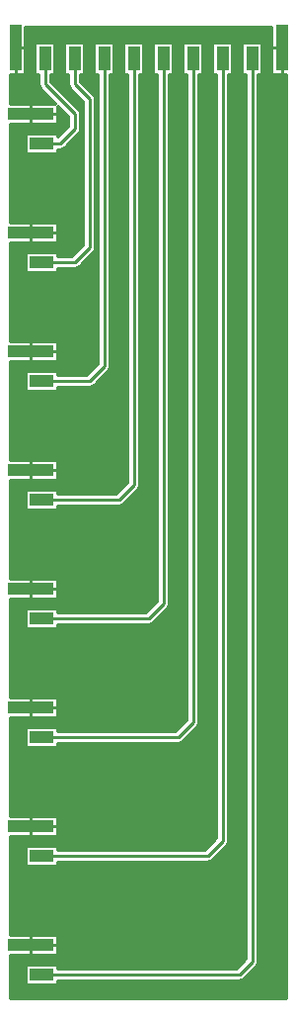
<source format=gbr>
G04 DesignSpark PCB Gerber Version 10.0 Build 5299*
%FSLAX35Y35*%
%MOIN*%
%ADD129R,0.03937X0.07874*%
%ADD130R,0.03937X0.15748*%
%ADD117C,0.01000*%
%ADD90C,0.01142*%
%ADD127C,0.01200*%
%ADD131R,0.07874X0.03937*%
%ADD120R,0.15748X0.03937*%
X0Y0D02*
D02*
D90*
X31215Y20547D02*
X98022D01*
X102443Y24967D01*
Y329225D01*
X102421Y329246D01*
X31215Y60547D02*
X87413D01*
X92446Y65580D01*
Y329222D01*
X92421Y329246D01*
X31215Y100547D02*
X77429D01*
X82449Y105567D01*
Y329219D01*
X82421Y329246D01*
X31215Y140547D02*
X67445D01*
X72452Y145554D01*
Y329215D01*
X72421Y329246D01*
X31215Y180547D02*
X57461D01*
X62456Y185542D01*
Y329212D01*
X62421Y329246D01*
X31215Y220547D02*
X47476D01*
X52459Y225529D01*
Y329209D01*
X52421Y329246D01*
X31215Y260547D02*
X42491D01*
X47460Y265517D01*
Y315501D01*
X42462Y320499D01*
Y329206D01*
X42421Y329246D01*
X31215Y300547D02*
X37505D01*
X42462Y305504D01*
Y310502D01*
X32465Y320499D01*
Y329203D01*
X32421Y329246D01*
D02*
D117*
X22421Y325673D02*
Y323574D01*
X23890Y333047D02*
X25988D01*
X27421Y29078D02*
Y26980D01*
Y32015D02*
Y34114D01*
Y69078D02*
Y66980D01*
Y72015D02*
Y74114D01*
Y109078D02*
Y106980D01*
Y112015D02*
Y114114D01*
Y149078D02*
Y146980D01*
Y152015D02*
Y154114D01*
Y189078D02*
Y186980D01*
Y192015D02*
Y194114D01*
Y229078D02*
Y226980D01*
Y232015D02*
Y234114D01*
Y269078D02*
Y266980D01*
Y272015D02*
Y274114D01*
Y309078D02*
Y306980D01*
Y312015D02*
Y314114D01*
X34795Y30547D02*
X36894D01*
X34795Y70547D02*
X36894D01*
X34795Y110547D02*
X36894D01*
X34795Y150547D02*
X36894D01*
X34795Y190547D02*
X36894D01*
X34795Y230547D02*
X36894D01*
X34795Y270547D02*
X36894D01*
X34795Y310547D02*
X36894D01*
X110953Y333047D02*
X108854D01*
X112421Y325673D02*
Y323574D01*
D02*
D120*
X27421Y30547D03*
Y70547D03*
Y110547D03*
Y150547D03*
Y190547D03*
Y230547D03*
Y270547D03*
Y310547D03*
D02*
D127*
X20920Y26980D02*
Y12798D01*
X113989D01*
Y323574D01*
X108854D01*
Y339597D01*
X25988D01*
Y323574D01*
X20920D01*
Y314114D01*
X35780D01*
X30930Y318964D01*
G75*
G02*
X30294Y320499I1535J1535D01*
G01*
Y323708D01*
X28854D01*
Y334783D01*
X35988D01*
Y323708D01*
X34636D01*
Y321398D01*
X43997Y312037D01*
G75*
G02*
X44633Y310502I-1535J-1535D01*
G01*
Y305504D01*
G75*
G02*
X43997Y303969I-2171J0D01*
G01*
X39040Y299012D01*
G75*
G02*
X37502Y298376I-1535J1535D01*
G01*
X36752D01*
Y296980D01*
X25677D01*
Y304114D01*
X36752D01*
Y302864D01*
X40291Y306403D01*
Y309603D01*
X36894Y313000D01*
Y306980D01*
X20920D01*
Y274114D01*
X36894D01*
Y266980D01*
X20920D01*
Y234114D01*
X36894D01*
Y226980D01*
X20920D01*
Y194114D01*
X36894D01*
Y186980D01*
X20920D01*
Y154114D01*
X36894D01*
Y146980D01*
X20920D01*
Y114114D01*
X36894D01*
Y106980D01*
X20920D01*
Y74114D01*
X36894D01*
Y66980D01*
X20920D01*
Y34114D01*
X36894D01*
Y26980D01*
X20920D01*
X48995Y317036D02*
G75*
G02*
X49631Y315501I-1535J-1535D01*
G01*
Y265517D01*
G75*
G02*
X48995Y263981I-2171J0D01*
G01*
X44026Y259012D01*
G75*
G02*
X42488Y258376I-1535J1535D01*
G01*
X36752D01*
Y256980D01*
X25677D01*
Y264114D01*
X36752D01*
Y262718D01*
X41591D01*
X45289Y266416D01*
Y314602D01*
X40927Y318964D01*
G75*
G02*
X40291Y320499I1535J1535D01*
G01*
Y323708D01*
X38854D01*
Y334783D01*
X45988D01*
Y323708D01*
X44633D01*
Y321398D01*
X48995Y317036D01*
X48854Y334783D02*
X55988D01*
Y323708D01*
X54630D01*
Y225529D01*
G75*
G02*
X53994Y223994I-2171J0D01*
G01*
X49011Y219012D01*
G75*
G02*
X47474Y218376I-1535J1535D01*
G01*
X36752D01*
Y216980D01*
X25677D01*
Y224114D01*
X36752D01*
Y222718D01*
X46577D01*
X50288Y226428D01*
Y323708D01*
X48854D01*
Y334783D01*
X58854D02*
X65988D01*
Y323708D01*
X64628D01*
Y185542D01*
G75*
G02*
X63992Y184007I-2170J0D01*
G01*
X58996Y179012D01*
G75*
G02*
X57458Y178376I-1535J1535D01*
G01*
X36752D01*
Y176980D01*
X25677D01*
Y184114D01*
X36752D01*
Y182718D01*
X56561D01*
X60286Y186441D01*
Y323708D01*
X58854D01*
Y334783D01*
X68854D02*
X75988D01*
Y323708D01*
X74624D01*
Y145554D01*
G75*
G02*
X73986Y144018I-2171J0D01*
G01*
X68981Y139013D01*
G75*
G02*
X67445Y138376I-1537J1534D01*
G01*
X36752D01*
Y136980D01*
X25677D01*
Y144114D01*
X36752D01*
Y142718D01*
X66546D01*
X70282Y146454D01*
Y323708D01*
X68854D01*
Y334783D01*
X78854D02*
X85988D01*
Y323708D01*
X84620D01*
Y105567D01*
G75*
G02*
X83982Y104030I-2171J0D01*
G01*
X78966Y99013D01*
G75*
G02*
X77429Y98376I-1537J1533D01*
G01*
X36752D01*
Y96980D01*
X25677D01*
Y104114D01*
X36752D01*
Y102718D01*
X76530D01*
X80278Y106466D01*
Y323708D01*
X78854D01*
Y334783D01*
X88854D02*
X95988D01*
Y323708D01*
X94616D01*
Y65580D01*
G75*
G02*
X93979Y64043I-2171J0D01*
G01*
X88950Y59013D01*
G75*
G02*
X87413Y58376I-1537J1533D01*
G01*
X36752D01*
Y56980D01*
X25677D01*
Y64114D01*
X36752D01*
Y62718D01*
X86514D01*
X90274Y66479D01*
Y323708D01*
X88854D01*
Y334783D01*
X98854D02*
X105988D01*
Y323708D01*
X104614D01*
Y24967D01*
G75*
G02*
X103978Y23432I-2171J0D01*
G01*
X99557Y19012D01*
G75*
G02*
X98020Y18376I-1535J1535D01*
G01*
X36752D01*
Y16980D01*
X25677D01*
Y24114D01*
X36752D01*
Y22718D01*
X97123D01*
X100272Y25867D01*
Y323708D01*
X98854D01*
Y334783D01*
X21520Y26980D02*
G36*
X21520Y26980D02*
Y13398D01*
X113389D01*
Y295881D01*
X104614D01*
Y24967D01*
G75*
G02*
X103978Y23432I-2172J1D01*
G01*
X99557Y19012D01*
G75*
G02*
X98020Y18376I-1534J1533D01*
G01*
X36752D01*
Y16980D01*
X25677D01*
Y24114D01*
X36752D01*
Y22718D01*
X97123D01*
X100272Y25867D01*
Y295881D01*
X94616D01*
Y65580D01*
G75*
G02*
X93979Y64043I-2173J1D01*
G01*
X88950Y59013D01*
G75*
G02*
X87413Y58376I-1537J1534D01*
G01*
X36752D01*
Y56980D01*
X25677D01*
Y64114D01*
X36752D01*
Y62718D01*
X86514D01*
X90274Y66479D01*
Y295881D01*
X84620D01*
Y105567D01*
G75*
G02*
X83982Y104030I-2171J0D01*
G01*
X78966Y99013D01*
G75*
G02*
X77429Y98376I-1537J1534D01*
G01*
X36752D01*
Y96980D01*
X25677D01*
Y104114D01*
X36752D01*
Y102718D01*
X76530D01*
X80278Y106466D01*
Y295881D01*
X74624D01*
Y145554D01*
G75*
G02*
X73986Y144018I-2171J0D01*
G01*
X68981Y139013D01*
G75*
G02*
X67445Y138376I-1537J1534D01*
G01*
X36752D01*
Y136980D01*
X25677D01*
Y144114D01*
X36752D01*
Y142718D01*
X66546D01*
X70282Y146454D01*
Y295881D01*
X64628D01*
Y185542D01*
G75*
G02*
X63992Y184007I-2172J1D01*
G01*
X58996Y179012D01*
G75*
G02*
X57458Y178376I-1534J1533D01*
G01*
X36752D01*
Y176980D01*
X25677D01*
Y184114D01*
X36752D01*
Y182718D01*
X56561D01*
X60286Y186441D01*
Y295881D01*
X54630D01*
Y225529D01*
G75*
G02*
X53994Y223994I-2172J1D01*
G01*
X49011Y219012D01*
G75*
G02*
X47474Y218376I-1534J1533D01*
G01*
X36752D01*
Y216980D01*
X25677D01*
Y224114D01*
X36752D01*
Y222718D01*
X46577D01*
X50288Y226428D01*
Y295881D01*
X49631D01*
Y265517D01*
G75*
G02*
X48995Y263981I-2172J1D01*
G01*
X44026Y259012D01*
G75*
G02*
X42488Y258376I-1534J1533D01*
G01*
X36752D01*
Y256980D01*
X25677D01*
Y264114D01*
X36752D01*
Y262718D01*
X41591D01*
X45289Y266416D01*
Y295881D01*
X21520D01*
Y274114D01*
X36894D01*
Y266980D01*
X21520D01*
Y234114D01*
X36894D01*
Y226980D01*
X21520D01*
Y194114D01*
X36894D01*
Y186980D01*
X21520D01*
Y154114D01*
X36894D01*
Y146980D01*
X21520D01*
Y114114D01*
X36894D01*
Y106980D01*
X21520D01*
Y74114D01*
X36894D01*
Y66980D01*
X21520D01*
Y34114D01*
X36894D01*
Y26980D01*
X21520D01*
G37*
Y306980D02*
G36*
X21520Y306980D02*
Y295881D01*
X45289D01*
Y314602D01*
X40927Y318964D01*
G75*
G02*
X40291Y320499I1537J1536D01*
G01*
Y323708D01*
X38854D01*
Y334783D01*
X45988D01*
Y323708D01*
X44633D01*
Y321398D01*
X48995Y317036D01*
G75*
G02*
X49631Y315501I-1537J-1536D01*
G01*
Y295881D01*
X50288D01*
Y323708D01*
X48854D01*
Y334783D01*
X55988D01*
Y323708D01*
X54630D01*
Y295881D01*
X60286D01*
Y323708D01*
X58854D01*
Y334783D01*
X65988D01*
Y323708D01*
X64628D01*
Y295881D01*
X70282D01*
Y323708D01*
X68854D01*
Y334783D01*
X75988D01*
Y323708D01*
X74624D01*
Y295881D01*
X80278D01*
Y323708D01*
X78854D01*
Y334783D01*
X85988D01*
Y323708D01*
X84620D01*
Y295881D01*
X90274D01*
Y323708D01*
X88854D01*
Y334783D01*
X95988D01*
Y323708D01*
X94616D01*
Y295881D01*
X100272D01*
Y323708D01*
X98854D01*
Y334783D01*
X105988D01*
Y323708D01*
X104614D01*
Y295881D01*
X113389D01*
Y323574D01*
X108854D01*
Y338997D01*
X25988D01*
Y323574D01*
X21520D01*
Y314114D01*
X35780D01*
X30930Y318964D01*
G75*
G02*
X30294Y320499I1537J1536D01*
G01*
Y323708D01*
X28854D01*
Y334783D01*
X35988D01*
Y323708D01*
X34636D01*
Y321398D01*
X43997Y312037D01*
G75*
G02*
X44633Y310502I-1537J-1536D01*
G01*
Y305504D01*
G75*
G02*
X43997Y303969I-2172J1D01*
G01*
X39040Y299012D01*
G75*
G02*
X37502Y298376I-1534J1533D01*
G01*
X36752D01*
Y296980D01*
X25677D01*
Y304114D01*
X36752D01*
Y302864D01*
X40291Y306403D01*
Y309603D01*
X36894Y313000D01*
Y306980D01*
X21520D01*
G37*
D02*
D129*
X32421Y329246D03*
X42421D03*
X52421D03*
X62421D03*
X72421D03*
X82421D03*
X92421D03*
X102421D03*
D02*
D130*
X22421Y333047D03*
X112421D03*
D02*
D131*
X31215Y20547D03*
Y60547D03*
Y100547D03*
Y140547D03*
Y180547D03*
Y220547D03*
Y260547D03*
Y300547D03*
X0Y0D02*
M02*

</source>
